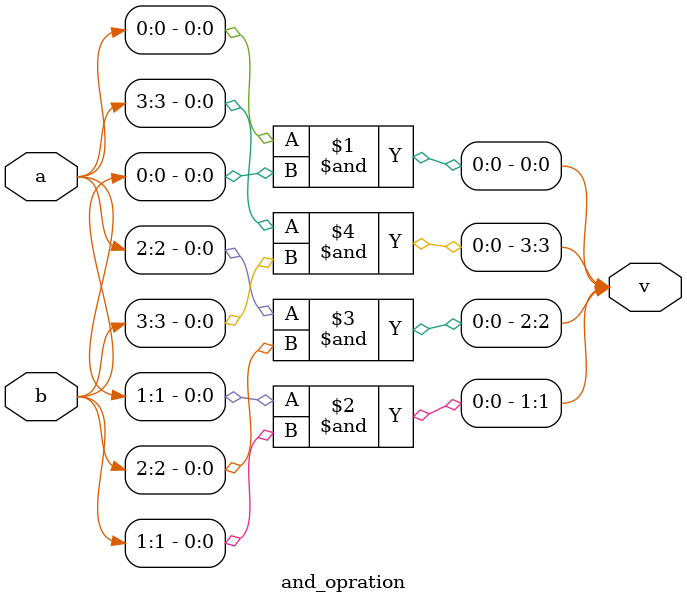
<source format=v>
`timescale 1ns / 1ps
module and_opration(v,a,b);
input [0:3]a;
input [0:3]b;
output [0:3]v;
and(v[0],a[0],b[0]);
and(v[1],a[1],b[1]);
and(v[2],a[2],b[2]);
and(v[3],a[3],b[3]);
endmodule

</source>
